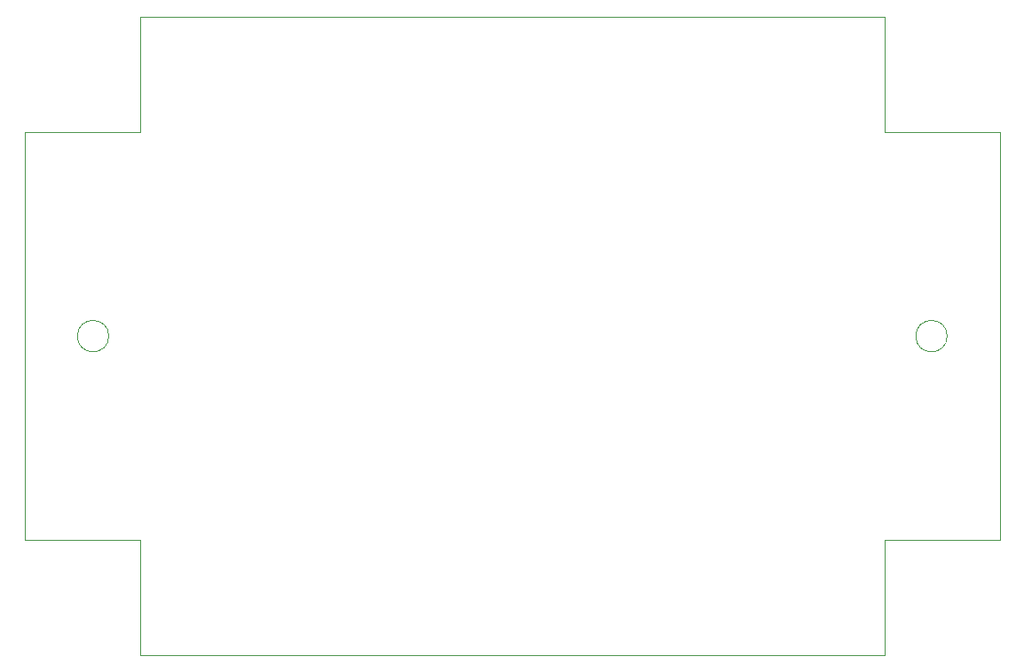
<source format=gbr>
%TF.GenerationSoftware,KiCad,Pcbnew,(6.0.5)*%
%TF.CreationDate,2022-08-16T14:45:35+02:00*%
%TF.ProjectId,ATMega328-LoRa-Sol-ADIO,41544d65-6761-4333-9238-2d4c6f52612d,rev?*%
%TF.SameCoordinates,Original*%
%TF.FileFunction,Profile,NP*%
%FSLAX46Y46*%
G04 Gerber Fmt 4.6, Leading zero omitted, Abs format (unit mm)*
G04 Created by KiCad (PCBNEW (6.0.5)) date 2022-08-16 14:45:35*
%MOMM*%
%LPD*%
G01*
G04 APERTURE LIST*
%TA.AperFunction,Profile*%
%ADD10C,0.100000*%
%TD*%
G04 APERTURE END LIST*
D10*
X196000000Y-37000000D02*
X207000000Y-37000000D01*
X207000000Y-76000000D01*
X196000000Y-76000000D01*
X196000000Y-87000000D01*
X125000000Y-87000000D01*
X125000000Y-76000000D01*
X114000000Y-76000000D01*
X114000000Y-37000000D01*
X125000000Y-37000000D01*
X125000000Y-26000000D01*
X196000000Y-26000000D01*
X196000000Y-37000000D01*
X202000000Y-56500000D02*
G75*
G03*
X202000000Y-56500000I-1500000J0D01*
G01*
X122000000Y-56500000D02*
G75*
G03*
X122000000Y-56500000I-1500000J0D01*
G01*
M02*

</source>
